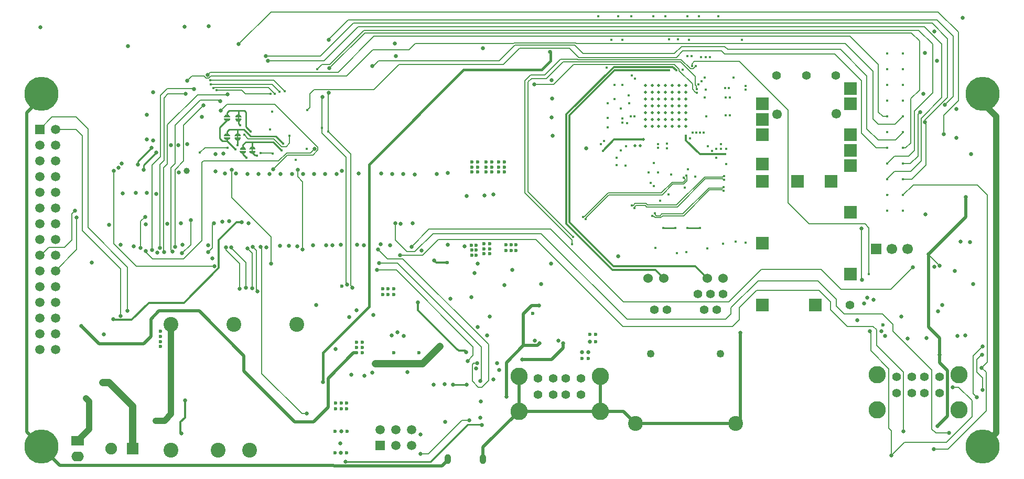
<source format=gbl>
G04*
G04 #@! TF.GenerationSoftware,Altium Limited,Altium Designer,21.2.2 (38)*
G04*
G04 Layer_Physical_Order=4*
G04 Layer_Color=16711680*
%FSAX25Y25*%
%MOIN*%
G70*
G04*
G04 #@! TF.SameCoordinates,D0FF6B23-36CC-4740-AB7B-40CE6848005B*
G04*
G04*
G04 #@! TF.FilePolarity,Positive*
G04*
G01*
G75*
%ADD10C,0.00984*%
%ADD11C,0.00787*%
%ADD13C,0.01181*%
%ADD16C,0.01968*%
%ADD25C,0.05906*%
%ADD26R,0.05906X0.05906*%
%ADD29R,0.07874X0.07874*%
%ADD149C,0.01102*%
%ADD150C,0.01575*%
%ADD151C,0.00800*%
%ADD152C,0.00605*%
%ADD153C,0.00799*%
%ADD155C,0.01299*%
%ADD156C,0.00600*%
%ADD157C,0.00988*%
%ADD158C,0.04724*%
%ADD161C,0.03937*%
%ADD181C,0.11024*%
%ADD182C,0.05543*%
%ADD183C,0.21654*%
%ADD184R,0.05906X0.05906*%
%ADD185C,0.05512*%
%ADD186C,0.06102*%
%ADD187C,0.04921*%
%ADD188C,0.09449*%
%ADD189C,0.06024*%
%ADD190R,0.07874X0.06299*%
%ADD191O,0.07874X0.06299*%
%ADD192R,0.07480X0.07480*%
%ADD193C,0.07480*%
%ADD194C,0.06693*%
%ADD195R,0.06693X0.06693*%
%ADD196O,0.03937X0.06299*%
%ADD197C,0.01772*%
%ADD198C,0.02500*%
%ADD199C,0.01968*%
%ADD200C,0.02362*%
%ADD201C,0.03937*%
%ADD212C,0.00787*%
G36*
X0720160Y0317873D02*
X0720230Y0317673D01*
X0720106Y0317274D01*
X0719880Y0316913D01*
X0719560Y0316583D01*
X0719020Y0316253D01*
X0718740Y0316153D01*
X0717870Y0316133D01*
X0717500Y0316243D01*
X0717110Y0316473D01*
X0716880Y0316683D01*
X0716590Y0316973D01*
X0716421Y0317227D01*
X0716270Y0317693D01*
X0716559Y0317991D01*
X0719953D01*
X0720160Y0317873D01*
D02*
G37*
G36*
X0726951Y0317674D02*
X0727021Y0317474D01*
X0726898Y0317075D01*
X0726671Y0316714D01*
X0726351Y0316384D01*
X0725811Y0316054D01*
X0725531Y0315954D01*
X0724661Y0315934D01*
X0724291Y0316044D01*
X0723901Y0316274D01*
X0723671Y0316484D01*
X0723381Y0316774D01*
X0723213Y0317028D01*
X0723061Y0317494D01*
X0723350Y0317791D01*
X0726744D01*
X0726951Y0317674D01*
D02*
G37*
G36*
X0735161Y0311881D02*
X0735552Y0311651D01*
X0735781Y0311441D01*
X0736071Y0311152D01*
X0736240Y0310897D01*
X0736391Y0310432D01*
X0736102Y0310134D01*
X0732709D01*
X0732502Y0310251D01*
X0732432Y0310452D01*
X0732555Y0310850D01*
X0732782Y0311211D01*
X0733102Y0311542D01*
X0733641Y0311872D01*
X0733921Y0311971D01*
X0734792Y0311992D01*
X0735161Y0311881D01*
D02*
G37*
G36*
X0729158Y0311682D02*
X0729548Y0311452D01*
X0729778Y0311242D01*
X0730068Y0310952D01*
X0730236Y0310698D01*
X0730388Y0310232D01*
X0730098Y0309934D01*
X0726705D01*
X0726498Y0310052D01*
X0726428Y0310252D01*
X0726551Y0310651D01*
X0726778Y0311012D01*
X0727098Y0311342D01*
X0727638Y0311672D01*
X0727918Y0311772D01*
X0728788Y0311792D01*
X0729158Y0311682D01*
D02*
G37*
G36*
X0730298Y0309212D02*
X0730368Y0309012D01*
X0730244Y0308613D01*
X0730018Y0308252D01*
X0729698Y0307922D01*
X0729158Y0307592D01*
X0728878Y0307492D01*
X0728008Y0307472D01*
X0727638Y0307582D01*
X0727248Y0307812D01*
X0727018Y0308022D01*
X0726728Y0308312D01*
X0726559Y0308566D01*
X0726408Y0309032D01*
X0726697Y0309330D01*
X0730091D01*
X0730298Y0309212D01*
D02*
G37*
G36*
X0736302Y0309211D02*
X0736372Y0309012D01*
X0736248Y0308613D01*
X0736022Y0308252D01*
X0735702Y0307922D01*
X0735161Y0307592D01*
X0734881Y0307491D01*
X0734012Y0307471D01*
X0733641Y0307581D01*
X0733251Y0307811D01*
X0733021Y0308021D01*
X0732731Y0308312D01*
X0732563Y0308565D01*
X0732411Y0309032D01*
X0732701Y0309329D01*
X0736094D01*
X0736302Y0309211D01*
D02*
G37*
G36*
X0726205Y0332354D02*
X0726595Y0332124D01*
X0726825Y0331914D01*
X0727115Y0331624D01*
X0727283Y0331370D01*
X0727435Y0330904D01*
X0727146Y0330606D01*
X0723752D01*
X0723545Y0330724D01*
X0723475Y0330924D01*
X0723598Y0331323D01*
X0723825Y0331684D01*
X0724145Y0332014D01*
X0724685Y0332344D01*
X0724965Y0332444D01*
X0725835Y0332464D01*
X0726205Y0332354D01*
D02*
G37*
G36*
X0719118Y0332351D02*
X0719508Y0332121D01*
X0719738Y0331911D01*
X0720028Y0331622D01*
X0720197Y0331367D01*
X0720348Y0330902D01*
X0720059Y0330604D01*
X0716665D01*
X0716458Y0330721D01*
X0716388Y0330922D01*
X0716512Y0331320D01*
X0716738Y0331681D01*
X0717058Y0332012D01*
X0717598Y0332342D01*
X0717878Y0332441D01*
X0718748Y0332462D01*
X0719118Y0332351D01*
D02*
G37*
G36*
X0720258Y0329882D02*
X0720328Y0329681D01*
X0720205Y0329283D01*
X0719978Y0328922D01*
X0719658Y0328591D01*
X0719118Y0328261D01*
X0718838Y0328162D01*
X0717968Y0328141D01*
X0717598Y0328252D01*
X0717208Y0328482D01*
X0716978Y0328692D01*
X0716688Y0328981D01*
X0716520Y0329236D01*
X0716368Y0329701D01*
X0716657Y0329999D01*
X0720051D01*
X0720258Y0329882D01*
D02*
G37*
G36*
X0727345Y0329684D02*
X0727415Y0329484D01*
X0727291Y0329085D01*
X0727065Y0328724D01*
X0726745Y0328394D01*
X0726205Y0328064D01*
X0725925Y0327964D01*
X0725055Y0327944D01*
X0724685Y0328054D01*
X0724295Y0328284D01*
X0724065Y0328494D01*
X0723775Y0328784D01*
X0723606Y0329038D01*
X0723455Y0329504D01*
X0723744Y0329802D01*
X0727138D01*
X0727345Y0329684D01*
D02*
G37*
G36*
X0725811Y0320344D02*
X0726201Y0320114D01*
X0726431Y0319904D01*
X0726721Y0319614D01*
X0726890Y0319360D01*
X0727041Y0318894D01*
X0726752Y0318596D01*
X0723358D01*
X0723151Y0318714D01*
X0723081Y0318914D01*
X0723205Y0319312D01*
X0723431Y0319674D01*
X0723751Y0320004D01*
X0724291Y0320334D01*
X0724571Y0320434D01*
X0725441Y0320454D01*
X0725811Y0320344D01*
D02*
G37*
G36*
X0719020Y0320343D02*
X0719410Y0320113D01*
X0719640Y0319903D01*
X0719930Y0319613D01*
X0720098Y0319359D01*
X0720250Y0318893D01*
X0719961Y0318595D01*
X0716567D01*
X0716360Y0318713D01*
X0716290Y0318913D01*
X0716413Y0319312D01*
X0716640Y0319673D01*
X0716960Y0320003D01*
X0717500Y0320333D01*
X0717780Y0320433D01*
X0718650Y0320453D01*
X0719020Y0320343D01*
D02*
G37*
D10*
X0879748Y0135295D02*
X0880248Y0134795D01*
X0871248Y0135295D02*
X0879748D01*
X0665307Y0297378D02*
Y0300232D01*
X0673181Y0308106D01*
X0661567Y0302594D02*
X0670228Y0311256D01*
X0661567Y0300626D02*
Y0302594D01*
X0861998Y0160545D02*
X0862075Y0160468D01*
X0870524D01*
X0793457Y0111650D02*
X0847591D01*
X0847596Y0111644D01*
X0871248Y0135295D01*
D11*
X1147886Y0341374D02*
X1148279Y0341768D01*
X1147886Y0341118D02*
Y0341374D01*
X1138024Y0281118D02*
X1138437Y0281532D01*
X1137886Y0281118D02*
X1138024D01*
X0758024Y0314209D02*
Y0318933D01*
X0755760Y0311945D02*
X0758024Y0314209D01*
X0752906Y0311945D02*
X0755760D01*
X0747886Y0316965D02*
X0752906Y0311945D01*
X0731744Y0316965D02*
X0747886D01*
X0729283Y0319425D02*
X0731744Y0316965D01*
X0701035Y0308205D02*
X0704185Y0311354D01*
X0718555D01*
X0739470Y0307762D02*
X0747344D01*
X0747394Y0307713D01*
X0739421Y0307811D02*
X0739470Y0307762D01*
X1007054Y0367246D02*
X1012855Y0361445D01*
X0941404Y0367246D02*
X1007054D01*
X0940830Y0365860D02*
X1006480D01*
X1015898Y0356442D01*
X0931822Y0365960D02*
X0940730D01*
X0940830Y0365860D01*
X0921213Y0355350D02*
X0931822Y0365960D01*
X0941182Y0367467D02*
X0941404Y0367246D01*
X0920228Y0357516D02*
X0930180Y0367467D01*
X0941182D01*
X1015898Y0351218D02*
X1016572Y0350543D01*
X1015898Y0351218D02*
Y0356442D01*
X1012855Y0361445D02*
X1014614D01*
X0907630Y0353874D02*
X0911272Y0357516D01*
X0907630Y0282417D02*
Y0353874D01*
Y0282417D02*
X0937582Y0252466D01*
Y0249819D02*
Y0252466D01*
X0909598Y0283216D02*
X0932838Y0259976D01*
X0932838D01*
X0909598Y0283216D02*
Y0353185D01*
X0932838Y0259976D02*
X0938344Y0254470D01*
X0909598Y0353185D02*
X0911764Y0355350D01*
X0921213D01*
X1016572Y0348787D02*
X1016761Y0348598D01*
X1016572Y0348787D02*
Y0350543D01*
X0911272Y0357516D02*
X0920228D01*
X1014614Y0361445D02*
X1016291Y0363122D01*
Y0363323D01*
D13*
X0934068Y0332478D02*
X0964328Y0362737D01*
X1001522D02*
X1003791Y0360469D01*
X0964328Y0362737D02*
X1001522D01*
X0934068Y0262782D02*
X0963252Y0233598D01*
X0990449D01*
X0934068Y0262782D02*
Y0332478D01*
X0963945Y0235961D02*
X1016079D01*
X0935976Y0263929D02*
Y0331869D01*
Y0263929D02*
X0963945Y0235961D01*
X0935976Y0331869D02*
X0964674Y0360567D01*
X0999264D01*
X1016079Y0235961D02*
X1023744Y0228295D01*
X0990449Y0233598D02*
X0995752Y0228295D01*
X1009941Y0316032D02*
Y0318962D01*
Y0316032D02*
X1018850Y0307122D01*
X1034992D01*
X0957152Y0309399D02*
X0964381Y0316629D01*
X0983056D01*
X0839498Y0208045D02*
Y0212795D01*
Y0208045D02*
X0864748Y0182795D01*
X0864764Y0182811D01*
X0724362Y0263815D02*
X0727709D01*
X0713043Y0252496D02*
X0724362Y0263815D01*
X0713043Y0234780D02*
Y0252496D01*
X0690996Y0212732D02*
X0713043Y0234780D01*
X0668457Y0212732D02*
X0690996D01*
X0657630Y0201905D02*
X0668457Y0212732D01*
X0646373Y0201905D02*
X0657630D01*
X0691685Y0139701D02*
Y0150429D01*
X0688732Y0130252D02*
Y0136748D01*
Y0130252D02*
X0689323Y0129661D01*
X0688732Y0136748D02*
X0691685Y0139701D01*
X0864764Y0182811D02*
X0865453Y0182122D01*
X0869441D01*
X0870228Y0181335D01*
D16*
X0881067Y0112435D02*
Y0120919D01*
X0595321Y0337825D02*
Y0340778D01*
X0600248Y0345705D01*
X0881067Y0120919D02*
X0903774Y0143626D01*
X1187846Y0267161D02*
Y0279760D01*
X1164224Y0243539D02*
X1187846Y0267161D01*
X0895917Y0152890D02*
Y0174642D01*
X0905760Y0176709D02*
X0924658D01*
X0931941Y0183992D01*
Y0186748D01*
X0895917Y0174642D02*
X0906744Y0185468D01*
X0915701D01*
X0917079Y0186846D01*
X0906744Y0185468D02*
Y0205449D01*
X0912059Y0210764D01*
X0916488D01*
X1164224Y0197280D02*
Y0243146D01*
Y0243539D01*
X1170032Y0134287D02*
X1176232Y0140488D01*
X1171114Y0179563D02*
Y0190390D01*
X1164224Y0197280D02*
X1171114Y0190390D01*
Y0174740D02*
Y0179563D01*
Y0174740D02*
X1176232Y0169622D01*
Y0140488D02*
Y0169622D01*
X0665406Y0186650D02*
X0669835Y0191079D01*
Y0202299D01*
X0674953Y0207417D01*
X0700445D01*
X0728988Y0178874D01*
Y0169327D02*
Y0178874D01*
Y0169327D02*
X0761370Y0136945D01*
X0773378D01*
X0782630Y0146197D01*
Y0164701D01*
X0798673Y0180744D01*
X0800642D01*
X0636961Y0186650D02*
X0665406D01*
X0625642Y0197968D02*
X0636961Y0186650D01*
X0590996Y0130547D02*
Y0333500D01*
X0600248Y0120902D02*
Y0121295D01*
X0785779Y0109189D02*
X0786153Y0108815D01*
X0854809D01*
X0858429Y0112435D01*
X0611961Y0109189D02*
X0785779D01*
X0903774Y0143626D02*
Y0165988D01*
Y0143626D02*
X0955742D01*
Y0165988D01*
Y0143626D02*
X0970146D01*
X0977996Y0135775D01*
X1041500D01*
X1044736Y0139012D01*
Y0193736D01*
X0590996Y0130547D02*
X0600248Y0121295D01*
Y0120902D02*
X0611961Y0109189D01*
X0590996Y0333500D02*
X0595321Y0337825D01*
D25*
X0815748Y0131795D02*
D03*
X0825748Y0121795D02*
D03*
Y0131795D02*
D03*
X0835748Y0121795D02*
D03*
Y0131795D02*
D03*
X0609264Y0322988D02*
D03*
X0599264Y0312988D02*
D03*
X0609264D02*
D03*
X0599264Y0302988D02*
D03*
X0609264D02*
D03*
X0599264Y0292988D02*
D03*
X0609264D02*
D03*
X0599264Y0282988D02*
D03*
X0609264D02*
D03*
X0599264Y0272988D02*
D03*
X0609264D02*
D03*
X0599264Y0262988D02*
D03*
X0609264D02*
D03*
X0599264Y0252988D02*
D03*
X0609264D02*
D03*
X0599264Y0242988D02*
D03*
X0609264D02*
D03*
X0599264Y0232988D02*
D03*
X0609264D02*
D03*
X0599264Y0222988D02*
D03*
X0609264D02*
D03*
X0599264Y0212988D02*
D03*
X0609264D02*
D03*
X0599264Y0202988D02*
D03*
X0609264D02*
D03*
X0599264Y0192988D02*
D03*
X0609264D02*
D03*
X0599264Y0182988D02*
D03*
X0609264D02*
D03*
D26*
X0599264Y0322988D02*
D03*
D29*
X1114604Y0299832D02*
D03*
X1058504Y0329374D02*
D03*
Y0289974D02*
D03*
Y0250574D02*
D03*
Y0319574D02*
D03*
Y0301074D02*
D03*
Y0211174D02*
D03*
X1080904Y0289974D02*
D03*
X1102104D02*
D03*
X1114604Y0270274D02*
D03*
Y0230874D02*
D03*
X1092304Y0211174D02*
D03*
X1114604Y0309674D02*
D03*
Y0319574D02*
D03*
Y0339174D02*
D03*
Y0349074D02*
D03*
X1058504Y0339174D02*
D03*
D149*
X0733122Y0318441D02*
X0749264D01*
X0753791Y0313913D01*
X0725445Y0326594D02*
X0726429Y0325610D01*
Y0325429D02*
Y0325610D01*
X0725445Y0326594D02*
Y0328874D01*
X0718260Y0316376D02*
Y0317063D01*
Y0315587D02*
Y0316376D01*
X0717772Y0328485D02*
X0718358Y0329071D01*
X0713634Y0324347D02*
X0717772Y0328485D01*
X0715307Y0315587D02*
X0718260D01*
X0713634Y0317260D02*
X0715307Y0315587D01*
X0713634Y0317260D02*
Y0324347D01*
X0724982Y0314757D02*
X0725051Y0314825D01*
X0724854Y0312831D02*
X0724982Y0312959D01*
X0725051Y0314825D02*
Y0316864D01*
X0724982Y0312959D02*
Y0314757D01*
X0718260Y0315587D02*
X0723575Y0310272D01*
X0728398Y0307715D02*
Y0308402D01*
Y0307319D02*
Y0307715D01*
Y0307319D02*
X0730661Y0305055D01*
X0736063Y0306740D02*
X0736374D01*
X0736976Y0306138D01*
X0737157D01*
X0734402Y0308401D02*
X0736063Y0306740D01*
X0730169Y0324445D02*
Y0333795D01*
Y0324445D02*
X0733122Y0321492D01*
X0725620Y0334780D02*
X0729185D01*
X0719539D02*
X0725620D01*
X0725445Y0334605D02*
X0725620Y0334780D01*
X0725445Y0331534D02*
Y0334605D01*
X0718358Y0332219D02*
Y0333598D01*
Y0331532D02*
Y0332219D01*
X0729185Y0334780D02*
X0730169Y0333795D01*
X0718358Y0333598D02*
X0719539Y0334780D01*
X0725075Y0322772D02*
X0728791D01*
X0719539D02*
X0725075D01*
X0725051Y0319524D02*
Y0322748D01*
X0725075Y0322772D01*
X0728791D02*
X0733122Y0318441D01*
X0718260Y0320210D02*
Y0321492D01*
Y0319523D02*
Y0320210D01*
Y0321492D02*
X0719539Y0322772D01*
X0734360Y0314898D02*
X0747689D01*
X0730169D02*
X0734360D01*
X0734402Y0314856D01*
Y0311062D02*
Y0314856D01*
X0728398Y0311549D02*
Y0313126D01*
Y0310862D02*
Y0311549D01*
X0747689Y0314898D02*
X0753004Y0309583D01*
X0728398Y0313126D02*
X0730169Y0314898D01*
D150*
X0924067Y0366472D02*
Y0372378D01*
X0918358Y0360764D02*
X0924067Y0366472D01*
X0923673Y0372378D02*
X0924067D01*
X0868555Y0360764D02*
X0918358D01*
X0808417Y0300626D02*
X0868555Y0360764D01*
X0808417Y0210173D02*
Y0300626D01*
X0779087Y0162240D02*
Y0180842D01*
X0808417Y0210173D01*
D151*
X0798476Y0390587D02*
X1166472D01*
X1176331Y0343244D02*
Y0380728D01*
X1166472Y0390587D02*
X1176331Y0380728D01*
X1174543Y0338415D02*
X1179972Y0343845D01*
Y0382220D01*
X1183122Y0341132D02*
Y0384780D01*
X1173863Y0331873D02*
X1183122Y0341132D01*
X1173863Y0319860D02*
Y0331873D01*
X0734402Y0308401D02*
Y0311062D01*
X0725051Y0316864D02*
Y0319524D01*
X0725445Y0328874D02*
Y0331534D01*
X0795130Y0392457D02*
X1169736D01*
X0782925Y0380252D02*
X0795130Y0392457D01*
X1169736D02*
X1179972Y0382220D01*
X0777610Y0369720D02*
X0798476Y0390587D01*
X0780071Y0366571D02*
X0801626Y0388126D01*
X1161665D02*
X1172591Y0377201D01*
X0801626Y0388126D02*
X1161665D01*
X0805268Y0385961D02*
X1158024D01*
X1166882Y0377102D01*
X0783614Y0364307D02*
X0805268Y0385961D01*
X0783319Y0361748D02*
X0805760Y0384189D01*
X1153398D02*
X1158417Y0379169D01*
X0805760Y0384189D02*
X1153398D01*
X0788929Y0359386D02*
X0811703Y0382159D01*
X1114285D02*
X1132236Y0364209D01*
X0811703Y0382159D02*
X1114285D01*
X0838043Y0377594D02*
X0900378D01*
X0900792Y0378009D02*
X0939763D01*
X0900378Y0377594D02*
X0900792Y0378009D01*
X0833909Y0373461D02*
X0838043Y0377594D01*
X1111272D02*
X1128988Y0359878D01*
X0940177Y0377594D02*
X1111272D01*
X0939763Y0378009D02*
X0940177Y0377594D01*
X0707677Y0354102D02*
X0747855D01*
X0754874Y0347083D01*
X0707925Y0351512D02*
X0747000D01*
X0751724Y0346787D01*
X0709598Y0349346D02*
X0709861D01*
X0710171Y0349656D01*
X0744624D01*
X0748673Y0345606D01*
X0725651Y0377102D02*
X0746123Y0397575D01*
X1170327D01*
X0711665Y0347870D02*
X0727512D01*
X0729972Y0345409D02*
X0745819D01*
X0727512Y0347870D02*
X0729972Y0345409D01*
X0778679Y0364307D02*
X0783614D01*
X0775543Y0361172D02*
X0778679Y0364307D01*
X0707914Y0356827D02*
X0794343D01*
X0706650Y0355563D02*
X0707914Y0356827D01*
X0703605D02*
X0704869Y0355563D01*
X0696016Y0356827D02*
X0703605D01*
X0704869Y0355563D02*
X0706650D01*
X0693063Y0353874D02*
X0696016Y0356827D01*
X0794343D02*
X0810976Y0373461D01*
X0707433Y0359386D02*
X0788929D01*
X0705760Y0357713D02*
X0707433Y0359386D01*
X0770917Y0336920D02*
Y0345501D01*
X0773665Y0348248D02*
X0811650D01*
X0770917Y0345501D02*
X0773665Y0348248D01*
X0811650D02*
X0827610Y0364209D01*
X0769343Y0335345D02*
X0770917Y0336920D01*
X0769343Y0335173D02*
Y0335345D01*
X0778693Y0323953D02*
Y0343638D01*
Y0320508D02*
Y0323953D01*
X0782728Y0321590D02*
Y0345803D01*
X0778693Y0320508D02*
X0793949Y0305252D01*
Y0224642D02*
Y0305252D01*
X0797787Y0222378D02*
Y0222838D01*
X0782728Y0321590D02*
X0797000Y0307319D01*
Y0223625D02*
Y0307319D01*
Y0223625D02*
X0797787Y0222838D01*
X0772855Y0306708D02*
X0775922Y0309775D01*
X0747651Y0297699D02*
X0756660Y0306708D01*
X0772855D01*
X0771114Y0308008D02*
X0773772Y0310665D01*
X0751003Y0302890D02*
X0756121Y0308008D01*
X0771114D01*
X0703267Y0302890D02*
X0751003D01*
X0702216Y0301839D02*
X0703267Y0302890D01*
X0714323Y0334976D02*
X0718260Y0338913D01*
X0748564D01*
X0775922Y0311556D01*
X0778693Y0343638D02*
X0778791Y0343736D01*
X0782728Y0345803D02*
X0783024Y0346098D01*
X0775922Y0309775D02*
Y0311556D01*
X1003791Y0368638D02*
X1008024Y0372870D01*
X0935990Y0374628D02*
X0941980Y0368638D01*
X1008024Y0372870D02*
X1032532D01*
X1034500Y0370901D02*
X1104579D01*
X1032532Y0372870D02*
X1034500Y0370901D01*
X1104579D02*
X1121705Y0353776D01*
Y0320409D02*
Y0353776D01*
Y0320409D02*
X1130996Y0311118D01*
X1137886D01*
X0941980Y0368638D02*
X1003791D01*
X0827610Y0364209D02*
X0893850D01*
X0904270Y0374628D01*
X0935990D01*
X1166882Y0346098D02*
Y0377102D01*
X1137886Y0301118D02*
Y0301256D01*
X1142571Y0305941D01*
X1151626D01*
X1155268Y0309583D01*
Y0334484D01*
X1166882Y0346098D01*
X1005711Y0360301D02*
Y0361314D01*
X1014126Y0348568D02*
Y0351886D01*
X1005711Y0360301D02*
X1014126Y0351886D01*
X0938653Y0364326D02*
X1002699D01*
X1005711Y0361314D01*
X0913535Y0351512D02*
X0925839D01*
X0938653Y0364326D01*
X1016139Y0346714D02*
X1016621Y0346231D01*
X1016884D01*
X1015980Y0346714D02*
X1016139D01*
X1014126Y0348568D02*
X1015980Y0346714D01*
X0699461Y0345016D02*
X0718161D01*
X0680281Y0325837D02*
X0699461Y0345016D01*
X0713437Y0341571D02*
X0714028Y0340980D01*
X0701232Y0341571D02*
X0713437D01*
X0690504Y0325626D02*
X0703201Y0338323D01*
X0744244Y0366571D02*
X0780071D01*
X0742965Y0369720D02*
X0777610D01*
X0782925Y0379957D02*
Y0380252D01*
X0810976Y0373461D02*
X0833909D01*
X0891094Y0366472D02*
X0901331Y0376709D01*
X0814421Y0366472D02*
X0891094D01*
X0811173Y0363224D02*
X0814421Y0366472D01*
X0810484Y0363224D02*
X0811173D01*
X1002709Y0371295D02*
X1007138Y0375724D01*
X0944638Y0371295D02*
X1002709D01*
X0939224Y0376709D02*
X0944638Y0371295D01*
X1007138Y0375724D02*
X1034598D01*
X1036567Y0373756D02*
X1108220D01*
X1034598Y0375724D02*
X1036567Y0373756D01*
X1132236Y0333992D02*
Y0364209D01*
Y0326217D02*
X1142984D01*
X1128988Y0329465D02*
X1132236Y0326217D01*
X1128988Y0329465D02*
Y0359878D01*
X1158417Y0348067D02*
Y0379169D01*
X1172591Y0343146D02*
Y0377201D01*
X1170327Y0397575D02*
X1183122Y0384780D01*
X1159500Y0330055D02*
X1172591Y0343146D01*
X1161862Y0328776D02*
X1176331Y0343244D01*
X1161862Y0327594D02*
X1162748Y0326709D01*
Y0300331D02*
Y0326709D01*
X1153535Y0291118D02*
X1162748Y0300331D01*
X1148181Y0131039D02*
Y0168638D01*
X1139028Y0133008D02*
Y0170606D01*
X1127512Y0182122D02*
X1139028Y0170606D01*
X0619441Y0269228D02*
X0621606Y0271394D01*
X0619441Y0252594D02*
Y0269228D01*
X0614913Y0248067D02*
X0619441Y0252594D01*
X0605071Y0248067D02*
X0614913D01*
X0599992Y0242988D02*
X0605071Y0248067D01*
X0599264Y0242988D02*
X0599992D01*
X0609264Y0232988D02*
X0622689Y0246413D01*
Y0266965D01*
X0626232Y0258500D02*
Y0318933D01*
X0622177Y0322988D02*
X0626232Y0318933D01*
X0629874Y0260469D02*
Y0323165D01*
X0708909Y0262338D02*
X0709894Y0263323D01*
X0708909Y0247575D02*
Y0262338D01*
X0609264Y0322988D02*
X0622177D01*
X0793949Y0224642D02*
X0794441Y0224150D01*
X0599264Y0322988D02*
X0607020Y0330744D01*
X0622295D01*
X0629874Y0323165D01*
X0697098Y0348756D02*
X0697394Y0348461D01*
X0680169Y0348756D02*
X0697098D01*
X0680661Y0345508D02*
X0691783D01*
X0718161Y0345016D02*
X0718457Y0345311D01*
X0901331Y0376709D02*
X0939224D01*
X1125051Y0323362D02*
X1132138Y0316276D01*
X1108220Y0373756D02*
X1125051Y0356925D01*
Y0323362D02*
Y0356925D01*
X1132236Y0333992D02*
X1135110Y0331118D01*
X1132138Y0316276D02*
X1143260D01*
X1147886Y0320901D01*
Y0321118D01*
X0846248Y0116545D02*
X0867748Y0138045D01*
X0841248Y0116545D02*
X0846248D01*
X0867748Y0138045D02*
X0867766Y0138028D01*
X0663339Y0264602D02*
X0666094Y0267358D01*
X0663339Y0247673D02*
Y0264602D01*
X1127512Y0182122D02*
Y0193638D01*
X1147886Y0301118D02*
X1152610D01*
X1147886Y0291118D02*
X1153535D01*
X1141488Y0194720D02*
X1166390Y0169819D01*
X1141488Y0194720D02*
Y0199051D01*
X1134992Y0205547D02*
X1141488Y0199051D01*
X1140405Y0221197D02*
X1154382Y0235173D01*
X0825150Y0252594D02*
X0832630Y0245114D01*
X0825150Y0252594D02*
Y0263224D01*
X1137886Y0291118D02*
Y0291512D01*
X1142571Y0296197D01*
X1152807D01*
X1161862Y0327594D02*
Y0328776D01*
X1152807Y0296197D02*
X1159500Y0302890D01*
Y0330055D01*
X1152610Y0301118D02*
X1157532Y0306039D01*
Y0332614D01*
X1158909Y0333992D01*
X1147886Y0311118D02*
X1149716D01*
X1152807Y0314209D01*
Y0342457D01*
X1158417Y0348067D01*
X1135110Y0331118D02*
X1137886D01*
X1142984Y0326217D02*
X1147886Y0331118D01*
X0730366Y0222378D02*
Y0238126D01*
X0720819Y0247673D02*
X0730366Y0238126D01*
X0720819Y0247673D02*
Y0247870D01*
X0737059Y0220705D02*
Y0246000D01*
Y0220705D02*
X0737748Y0220016D01*
X1121705Y0227594D02*
X1122000Y0227299D01*
X1121705Y0227594D02*
Y0259878D01*
X1139028Y0133008D02*
X1140701Y0131335D01*
Y0115488D02*
Y0131335D01*
X1179677Y0158992D02*
X1183319D01*
X1197787Y0179563D02*
X1198279D01*
X1183319Y0158992D02*
X1191783Y0150528D01*
X1198476Y0157122D02*
Y0164996D01*
X1194884Y0168588D02*
Y0176659D01*
X1197787Y0179563D01*
X1194884Y0168588D02*
X1198476Y0164996D01*
X1192522Y0154907D02*
Y0178923D01*
Y0154907D02*
X1194835Y0152594D01*
X1192522Y0178923D02*
X1198476Y0184878D01*
X1191783Y0140193D02*
Y0150528D01*
X1166390Y0132220D02*
Y0169819D01*
X1168752Y0129858D02*
X1177217D01*
X1166390Y0132220D02*
X1168752Y0129858D01*
X1140701Y0115488D02*
X1149067Y0123854D01*
X1175445D01*
X1191783Y0140193D01*
X0835583Y0248362D02*
X0835583D01*
X0846705Y0259484D01*
X0923969D01*
X0970228Y0213224D01*
X0918063Y0256630D02*
X0972492Y0202201D01*
X0828102Y0243047D02*
X0842669D01*
X0852610Y0252988D01*
X0914717D01*
X0970032Y0197673D01*
X1128988D02*
X1131167Y0195494D01*
Y0185652D02*
Y0195494D01*
Y0185652D02*
X1148181Y0168638D01*
X0871114Y0175626D02*
X0874658Y0179169D01*
Y0184681D01*
X0825839Y0233500D02*
X0874658Y0184681D01*
X0813732Y0233500D02*
X0825839D01*
X0660583Y0235764D02*
X0710090D01*
X0646213Y0250134D02*
X0660583Y0235764D01*
X0646213Y0250134D02*
Y0296492D01*
X0675445Y0283139D02*
X0675628Y0282956D01*
X0814913Y0238028D02*
X0826528D01*
X0706252Y0244917D02*
X0708909Y0247575D01*
X0746311Y0237437D02*
Y0254563D01*
X0721409Y0279465D02*
X0746311Y0254563D01*
X0721409Y0279465D02*
Y0297181D01*
X0826528Y0238028D02*
X0879959Y0184596D01*
X0879382Y0162831D02*
X0879959Y0163407D01*
Y0184596D01*
X0874953Y0174150D02*
X0877217D01*
X0874165Y0173362D02*
X0874953Y0174150D01*
X0874165Y0162831D02*
Y0173362D01*
Y0162831D02*
X0878004Y0158992D01*
X0880169D01*
X0884500Y0163323D01*
Y0186256D01*
X0830071Y0240685D02*
X0884500Y0186256D01*
X0734659Y0248400D02*
X0737059Y0246000D01*
X0766390Y0246689D02*
Y0289602D01*
X0763142Y0292850D02*
X0766390Y0289602D01*
X0763142Y0292850D02*
Y0297378D01*
X0820130Y0240685D02*
X0830071D01*
X0814126Y0246689D02*
X0820130Y0240685D01*
X0832630Y0245114D02*
X0837650D01*
X0849165Y0256630D01*
X0918063D01*
X0695228Y0249642D02*
Y0265193D01*
X0689716Y0244130D02*
X0695228Y0249642D01*
X0626232Y0258500D02*
X0650642Y0234090D01*
Y0204366D02*
Y0234090D01*
X0629874Y0260469D02*
X0655071Y0235272D01*
Y0207614D02*
Y0235272D01*
X0666488Y0245016D02*
Y0245606D01*
Y0245016D02*
X0670819Y0240685D01*
X0690701D01*
X0702216Y0252201D01*
X0677919Y0245297D02*
X0678201Y0245016D01*
X0675628Y0247856D02*
Y0282956D01*
X0675445Y0247673D02*
X0675628Y0247856D01*
X0867766Y0138028D02*
X0872394D01*
X1108614Y0221197D02*
X1140405D01*
X1037354Y0213224D02*
X1058024Y0233894D01*
X1095917D01*
X0970228Y0213224D02*
X1037354D01*
X1095917Y0233894D02*
X1108614Y0221197D01*
X0972492Y0202201D02*
X1035287D01*
X1110484Y0205547D02*
X1134992D01*
X1105464Y0210567D02*
X1110484Y0205547D01*
X1105464Y0210567D02*
Y0214996D01*
X1038732Y0205646D02*
Y0209583D01*
X1055858Y0226709D01*
X1093752D01*
X1105464Y0214996D01*
X1035287Y0202201D02*
X1038732Y0205646D01*
X1039717Y0197673D02*
X1043949Y0201905D01*
Y0209583D01*
X1055071Y0220705D01*
X1094441D01*
X1102020Y0213126D01*
X0970032Y0197673D02*
X1039717D01*
X1102020Y0208401D02*
Y0213126D01*
Y0208401D02*
X1112748Y0197673D01*
X1128988D01*
X0702216Y0252201D02*
Y0301839D01*
X0682419Y0246211D02*
X0683516Y0245114D01*
X0685104Y0325443D02*
X0701232Y0341571D01*
X0685090Y0248264D02*
Y0297378D01*
X0690504Y0302791D01*
Y0325626D01*
X0682419Y0246211D02*
Y0298644D01*
X0685104Y0301329D01*
Y0325443D01*
X0677919Y0245297D02*
Y0298671D01*
X0680281Y0301033D01*
Y0325837D01*
X0676035Y0344622D02*
X0680169Y0348756D01*
X0678102Y0342949D02*
X0680661Y0345508D01*
X0675445Y0283139D02*
Y0300528D01*
X0678102Y0303185D01*
Y0342949D01*
X0670527Y0246400D02*
Y0300137D01*
X0676035Y0305646D01*
Y0344622D01*
X0717669Y0246295D02*
Y0248067D01*
Y0246295D02*
X0726331Y0237634D01*
Y0221689D02*
Y0237634D01*
X0731252Y0247280D02*
X0734402Y0244130D01*
Y0221787D02*
Y0244130D01*
D152*
X0946311Y0265783D02*
X0946534Y0266007D01*
X0945681Y0267613D02*
X0960485Y0282417D01*
X0944705Y0267390D02*
X0944928Y0267613D01*
X0960985Y0281210D02*
X0994843D01*
X0946534Y0266759D02*
X0960985Y0281210D01*
X0946534Y0266007D02*
Y0266759D01*
X0944928Y0267613D02*
X0945681D01*
X0960485Y0282417D02*
X0994343D01*
X1001232Y0289307D01*
X1001732Y0288100D02*
X1008622D01*
X0994843Y0281210D02*
X1001732Y0288100D01*
X1001232Y0289307D02*
X1008122D01*
X1009506Y0290691D01*
X1008622Y0288100D02*
X1010713Y0290191D01*
X1008681Y0292017D02*
X1009506Y0291192D01*
X1010462Y0291943D02*
X1010713Y0291692D01*
Y0290191D02*
Y0291692D01*
X1008681Y0292017D02*
Y0292130D01*
X1009506Y0290691D02*
Y0291192D01*
X1010462Y0291943D02*
Y0293561D01*
X1010287Y0293736D02*
X1010462Y0293561D01*
X0990307Y0269524D02*
X0990530Y0269300D01*
Y0268548D02*
Y0269300D01*
Y0268548D02*
X0991125Y0267953D01*
X0988701Y0267917D02*
X0988924Y0267694D01*
X0993546Y0267953D02*
X0994749Y0269156D01*
X0991125Y0267953D02*
X0993546D01*
X0994046Y0266746D02*
X0995249Y0267949D01*
X0990625Y0266746D02*
X0994046D01*
X0989677Y0267694D02*
X0990625Y0266746D01*
X0988924Y0267694D02*
X0989677D01*
X0994749Y0269156D02*
X1008062D01*
X1024531Y0285625D01*
X1033160D02*
X1033692Y0286157D01*
X1025031Y0284418D02*
X1033160D01*
X1024531Y0285625D02*
X1033160D01*
X1008562Y0267949D02*
X1025031Y0284418D01*
X0995249Y0267949D02*
X1008562D01*
X1033692Y0283886D02*
X1034008D01*
X1033160Y0284418D02*
X1033692Y0283886D01*
Y0286157D02*
X1034008D01*
X0975610Y0274476D02*
X0975834Y0274700D01*
X0976586D01*
X0977652Y0275765D01*
X0984674D01*
X0985575Y0274865D01*
X0977217Y0272870D02*
X0977440Y0273093D01*
Y0273846D01*
X0984174Y0274558D02*
X0985075Y0273657D01*
X0977440Y0273846D02*
X0978152Y0274558D01*
X0984174D01*
X0985575Y0274865D02*
X1003928D01*
X1033258Y0292712D02*
X1033790Y0293244D01*
X1034106D01*
X1033790Y0290972D02*
X1034106D01*
X1021775Y0292712D02*
X1033258D01*
X1022275Y0291505D02*
X1033258D01*
X1033790Y0290972D01*
X0985075Y0273657D02*
X1004428D01*
X1022275Y0291505D01*
X1003928Y0274865D02*
X1021775Y0292712D01*
D153*
X1013836Y0364739D02*
X1015275Y0366177D01*
X1013836Y0363323D02*
Y0364739D01*
X1015275Y0366177D02*
X1043752D01*
X1074854Y0335075D01*
Y0276118D02*
Y0335075D01*
Y0276118D02*
X1088142Y0262831D01*
X1123772D01*
X1126232Y0230941D02*
Y0260370D01*
X1123772Y0262831D02*
X1126232Y0260370D01*
X1147886Y0281118D02*
X1154500Y0287732D01*
X1164224Y0243146D02*
X1171213Y0236157D01*
X0739520Y0248362D02*
X0740307Y0247575D01*
X1154500Y0287732D02*
X1195130D01*
X1197984Y0171394D02*
X1201626Y0175035D01*
Y0281236D01*
X1195130Y0287732D02*
X1201626Y0281236D01*
X1197984Y0171394D02*
X1200937Y0168441D01*
Y0143933D02*
Y0168441D01*
X1167669Y0119720D02*
X1176724D01*
X1200937Y0143933D01*
X0740307Y0167654D02*
Y0247575D01*
Y0167654D02*
X0765799Y0142161D01*
X0768752D01*
D155*
X0851331Y0238224D02*
X0858319D01*
X0850051Y0239504D02*
X0851331Y0238224D01*
D156*
X0728398Y0307715D02*
G03*
X0729859Y0308502I0000000J0001750D01*
G01*
X0727812Y0307816D02*
G03*
X0728398Y0307715I0000586J0001649D01*
G01*
X0726703Y0309030D02*
G03*
X0727812Y0307816I0001695J0000435D01*
G01*
X0728398Y0311549D02*
G03*
X0726703Y0310234I0000000J-0001750D01*
G01*
X0728984Y0311448D02*
G03*
X0728398Y0311549I-0000586J-0001649D01*
G01*
X0729859Y0308502D02*
G03*
X0730093Y0309030I-0001461J0000963D01*
G01*
Y0310234D02*
G03*
X0728984Y0311448I-0001695J-0000435D01*
G01*
X0736097Y0310434D02*
G03*
X0732706Y0310434I-0001695J-0000435D01*
G01*
Y0309029D02*
G03*
X0736097Y0309029I0001695J0000435D01*
G01*
X0716565Y0317691D02*
G03*
X0718260Y0316376I0001695J0000435D01*
G01*
D02*
G03*
X0719721Y0317163I0000000J0001750D01*
G01*
X0718260Y0320210D02*
G03*
X0716565Y0318895I0000000J-0001750D01*
G01*
X0718846Y0320109D02*
G03*
X0718260Y0320210I-0000586J-0001649D01*
G01*
X0719721Y0317163D02*
G03*
X0719955Y0317691I-0001461J0000963D01*
G01*
Y0318895D02*
G03*
X0718846Y0320109I-0001695J-0000435D01*
G01*
X0726746Y0318896D02*
G03*
X0723356Y0318896I-0001695J-0000435D01*
G01*
Y0317491D02*
G03*
X0726746Y0317491I0001695J0000435D01*
G01*
X0717772Y0328485D02*
G03*
X0718358Y0328384I0000586J0001649D01*
G01*
X0716663Y0329699D02*
G03*
X0717772Y0328485I0001695J0000435D01*
G01*
X0718358Y0332219D02*
G03*
X0716663Y0330904I0000000J-0001750D01*
G01*
X0718944Y0332118D02*
G03*
X0718358Y0332219I-0000586J-0001649D01*
G01*
X0719819Y0329171D02*
G03*
X0720053Y0329699I-0001461J0000963D01*
G01*
X0718358Y0328384D02*
G03*
X0719819Y0329171I0000000J0001750D01*
G01*
X0720053Y0330904D02*
G03*
X0718944Y0332118I-0001695J-0000435D01*
G01*
X0727140Y0330906D02*
G03*
X0723750Y0330906I-0001695J-0000435D01*
G01*
Y0329502D02*
G03*
X0727140Y0329502I0001695J0000435D01*
G01*
D157*
X0995671Y0260222D02*
X1003250D01*
X0995622Y0260272D02*
X0995671Y0260222D01*
X1003250D02*
X1003299Y0260173D01*
X1011385Y0260370D02*
X1018752D01*
X1011090Y0260075D02*
X1011385Y0260370D01*
X1010878Y0260075D02*
X1011090D01*
D158*
X0812498Y0173795D02*
X0812748Y0174045D01*
X0842748D01*
X0853498Y0184795D01*
X0658278Y0119795D02*
Y0147026D01*
X0643358Y0161945D02*
X0658278Y0147026D01*
X0639323Y0161945D02*
X0643358D01*
D161*
X1198673Y0339898D02*
Y0345705D01*
X0678988Y0138028D02*
X0682748Y0141787D01*
Y0199045D01*
X0673083Y0137634D02*
X0678594D01*
X0678988Y0138028D01*
X0623378Y0124996D02*
X0630563Y0132181D01*
Y0149839D01*
X0628496Y0151906D02*
X0630563Y0149839D01*
X1207335Y0129957D02*
Y0331236D01*
X1198673Y0121295D02*
X1207335Y0129957D01*
X1198673Y0339898D02*
X1207335Y0331236D01*
D181*
X1183713Y0144484D02*
D03*
Y0166846D02*
D03*
X1131744Y0144484D02*
D03*
Y0166846D02*
D03*
X0955742Y0143626D02*
D03*
Y0165988D02*
D03*
X0903774Y0143626D02*
D03*
Y0165988D02*
D03*
D182*
X1143752Y0165488D02*
D03*
X1171311D02*
D03*
X1153594D02*
D03*
X1161469D02*
D03*
Y0155154D02*
D03*
X1153594D02*
D03*
X1171311D02*
D03*
X1143752D02*
D03*
X1029728Y0208295D02*
D03*
X1021736D02*
D03*
X0997760D02*
D03*
X0989768D02*
D03*
X1033724Y0218295D02*
D03*
X1025732D02*
D03*
X1017740D02*
D03*
X0915781Y0164630D02*
D03*
X0943340D02*
D03*
X0925624D02*
D03*
X0933498D02*
D03*
X0943340Y0154295D02*
D03*
X0915781D02*
D03*
X0925624D02*
D03*
X0933498D02*
D03*
D183*
X1198673Y0345705D02*
D03*
X0600248Y0121295D02*
D03*
X1198673D02*
D03*
X0600248Y0345705D02*
D03*
D184*
X0815748Y0121795D02*
D03*
D185*
X1067604Y0357374D02*
D03*
X1114311Y0211165D02*
D03*
X1105404Y0357374D02*
D03*
X1086502D02*
D03*
D186*
X1067756Y0332622D02*
D03*
X1105649Y0332819D02*
D03*
D187*
X0987740Y0180264D02*
D03*
X1031756D02*
D03*
D188*
X1041500Y0135775D02*
D03*
X0977996D02*
D03*
X0732748Y0119045D02*
D03*
X0712748D02*
D03*
X0722748Y0199045D02*
D03*
X0682748D02*
D03*
Y0119045D02*
D03*
X0762748Y0199045D02*
D03*
D189*
X1033744Y0228295D02*
D03*
X1023744D02*
D03*
X0995752D02*
D03*
X0985752D02*
D03*
D190*
X0623378Y0124996D02*
D03*
D191*
Y0114996D02*
D03*
D192*
X0658278Y0119795D02*
D03*
D193*
X0644498D02*
D03*
D194*
X1150937Y0246984D02*
D03*
X1140937D02*
D03*
D195*
X1130937D02*
D03*
D196*
X0858429Y0113224D02*
D03*
X0881067D02*
D03*
D197*
X0959579Y0362177D02*
D03*
X1137886Y0371118D02*
D03*
X1147886D02*
D03*
X1137886Y0361118D02*
D03*
X1147886D02*
D03*
X1137886Y0351118D02*
D03*
X1147886D02*
D03*
X1137886Y0341118D02*
D03*
X1147886D02*
D03*
X1137886Y0331118D02*
D03*
X1147886D02*
D03*
X1137886Y0321118D02*
D03*
X1147886D02*
D03*
X1137886Y0311118D02*
D03*
X1147886D02*
D03*
X1137886Y0301118D02*
D03*
X1147886D02*
D03*
Y0291118D02*
D03*
X1137886D02*
D03*
Y0281118D02*
D03*
X1147886D02*
D03*
Y0271118D02*
D03*
X1137886D02*
D03*
X0758024Y0318933D02*
D03*
X0753791Y0313913D02*
D03*
X0729283Y0319425D02*
D03*
X0718555Y0311354D02*
D03*
X0701035Y0308205D02*
D03*
X0726429Y0325429D02*
D03*
X0724854Y0312831D02*
D03*
X0737157Y0306138D02*
D03*
X0768949Y0310567D02*
D03*
X0999123Y0380374D02*
D03*
X1045720Y0379760D02*
D03*
X1018260Y0394868D02*
D03*
X1010983D02*
D03*
X0996752D02*
D03*
X0989260D02*
D03*
X0975191D02*
D03*
X0966782D02*
D03*
X0954283Y0394819D02*
D03*
X1030563Y0395016D02*
D03*
X0962551Y0380055D02*
D03*
X0969638Y0379858D02*
D03*
X1004776Y0380350D02*
D03*
X1012059Y0379858D02*
D03*
X0707677Y0354102D02*
D03*
X0707925Y0351512D02*
D03*
X0754874Y0347083D02*
D03*
X0751724Y0346787D02*
D03*
X0709598Y0349346D02*
D03*
X0748673Y0345606D02*
D03*
X0711665Y0347870D02*
D03*
X0745819Y0345409D02*
D03*
X0775543Y0361172D02*
D03*
X0769343Y0335173D02*
D03*
X0778693Y0323953D02*
D03*
X0782630Y0321590D02*
D03*
X0761813Y0303726D02*
D03*
X0730661Y0305055D02*
D03*
X0723575Y0310272D02*
D03*
X0733122Y0321492D02*
D03*
X0753004Y0309583D02*
D03*
X0745720Y0322772D02*
D03*
X0747000Y0334090D02*
D03*
X0739421Y0307811D02*
D03*
X0747394Y0307713D02*
D03*
X0944705Y0267390D02*
D03*
X0946311Y0265783D02*
D03*
X1008681Y0292130D02*
D03*
X1010287Y0293736D02*
D03*
X0988701Y0267917D02*
D03*
X0990307Y0269524D02*
D03*
X1034008Y0283886D02*
D03*
Y0286157D02*
D03*
X0975610Y0274476D02*
D03*
X0977217Y0272870D02*
D03*
X1034106Y0290972D02*
D03*
Y0293244D02*
D03*
X1014323Y0320901D02*
D03*
X0938344Y0254470D02*
D03*
X0937582Y0249819D02*
D03*
X1126232Y0230941D02*
D03*
X1033713Y0250232D02*
D03*
X1041587Y0251610D02*
D03*
X1048083Y0250921D02*
D03*
X0990504Y0247575D02*
D03*
X1023476Y0247280D02*
D03*
X1010091Y0244917D02*
D03*
X1004185Y0244327D02*
D03*
X1003791Y0360469D02*
D03*
X0999264Y0360567D02*
D03*
X0974829Y0331122D02*
D03*
X0977217Y0331138D02*
D03*
X0957799Y0315461D02*
D03*
X0955858Y0313520D02*
D03*
X1009941Y0318962D02*
D03*
X0972689Y0326905D02*
D03*
X1021311Y0320901D02*
D03*
X1018949D02*
D03*
X1032162Y0313599D02*
D03*
Y0310578D02*
D03*
X1029283Y0310567D02*
D03*
X1035583Y0300823D02*
D03*
X1015898Y0292752D02*
D03*
X1011272Y0297476D02*
D03*
X1029382Y0305047D02*
D03*
X1026724Y0309197D02*
D03*
X1023772Y0312240D02*
D03*
X1035583Y0310567D02*
D03*
X0969682Y0351315D02*
D03*
X0964626Y0342301D02*
D03*
Y0351315D02*
D03*
X0960376Y0339551D02*
D03*
Y0330196D02*
D03*
Y0324301D02*
D03*
X0971876Y0312390D02*
D03*
X0968730Y0309535D02*
D03*
X0965799Y0304973D02*
D03*
Y0300338D02*
D03*
X0998772Y0281720D02*
D03*
X0993457Y0277693D02*
D03*
X1000626Y0294146D02*
D03*
X0989733Y0301626D02*
D03*
X0992276Y0295409D02*
D03*
X1013732Y0369425D02*
D03*
X1011075Y0369524D02*
D03*
X1022591Y0368835D02*
D03*
X1025346D02*
D03*
X1019736D02*
D03*
X1040405Y0355744D02*
D03*
X1048083Y0350724D02*
D03*
X1047984Y0348165D02*
D03*
X1037354Y0349248D02*
D03*
X1034795D02*
D03*
X1037846Y0343146D02*
D03*
X1035091D02*
D03*
X1037945Y0331925D02*
D03*
X1035091D02*
D03*
X1012551Y0317260D02*
D03*
X1009402Y0286059D02*
D03*
X0971705Y0299838D02*
D03*
X0986370Y0295606D02*
D03*
X0987748Y0288913D02*
D03*
X0989717Y0286748D02*
D03*
X0995622Y0260272D02*
D03*
X1003299Y0260173D02*
D03*
X1010878Y0260075D02*
D03*
X1018752Y0260370D02*
D03*
X1019998Y0353707D02*
D03*
X1021902Y0356039D02*
D03*
X1018063Y0351709D02*
D03*
X1016761Y0348598D02*
D03*
X1016884Y0346231D02*
D03*
X1016291Y0363323D02*
D03*
X1013836Y0363323D02*
D03*
X0977709Y0355252D02*
D03*
X0975740Y0357122D02*
D03*
X0973575Y0344622D02*
D03*
X0973870Y0339701D02*
D03*
X0968457Y0336354D02*
D03*
X0969441Y0329858D02*
D03*
Y0327201D02*
D03*
X1007827Y0360862D02*
D03*
X1022492Y0348362D02*
D03*
X1022000Y0343146D02*
D03*
X1022991Y0331176D02*
D03*
X1034992Y0307122D02*
D03*
X1016587Y0320901D02*
D03*
X0957152Y0309399D02*
D03*
X0998083Y0311059D02*
D03*
Y0313815D02*
D03*
X0992228Y0311128D02*
D03*
X0992177Y0313717D02*
D03*
D198*
X1167839Y0385295D02*
D03*
X1181760Y0317488D02*
D03*
X1174543Y0338415D02*
D03*
X1173863Y0319860D02*
D03*
X0725651Y0377102D02*
D03*
X0783319Y0361748D02*
D03*
X0778791Y0343736D02*
D03*
X0783024Y0346098D02*
D03*
X0747651Y0297699D02*
D03*
X0739520Y0248362D02*
D03*
X0625642Y0197968D02*
D03*
X0632335Y0238126D02*
D03*
X0621606Y0271394D02*
D03*
X0622689Y0266965D02*
D03*
X0709894Y0263323D02*
D03*
X0782925Y0379957D02*
D03*
X0714323Y0334976D02*
D03*
X0697394Y0348461D02*
D03*
X0693063Y0353874D02*
D03*
X0705760Y0357713D02*
D03*
X0691783Y0345508D02*
D03*
X0742965Y0369720D02*
D03*
X0714028Y0340980D02*
D03*
X0703201Y0338323D02*
D03*
X0687354Y0312831D02*
D03*
X0744244Y0366571D02*
D03*
X0718457Y0345311D02*
D03*
X0810484Y0363224D02*
D03*
X0923673Y0372378D02*
D03*
X0881055Y0374543D02*
D03*
X0924559Y0354268D02*
D03*
X0861998Y0160545D02*
D03*
X0841248Y0116545D02*
D03*
X0880248Y0134795D02*
D03*
X0856498Y0160795D02*
D03*
X0856998Y0136795D02*
D03*
X0849748Y0160545D02*
D03*
X0839498Y0212795D02*
D03*
X0832998Y0168545D02*
D03*
X0830748Y0191545D02*
D03*
X0812498Y0173795D02*
D03*
X0853498Y0184795D02*
D03*
X0947998Y0181295D02*
D03*
X0665307Y0297378D02*
D03*
X0673181Y0308106D02*
D03*
X0670228Y0311256D02*
D03*
X0661567Y0300626D02*
D03*
X0870524Y0160468D02*
D03*
X0872394Y0138028D02*
D03*
X0879579Y0149937D02*
D03*
X0895917Y0152890D02*
D03*
X0905760Y0176709D02*
D03*
X0870228Y0181335D02*
D03*
X0883713Y0192063D02*
D03*
X0890012Y0174346D02*
D03*
X0931941Y0186748D02*
D03*
X0928791Y0188716D02*
D03*
X0917079Y0186846D02*
D03*
X0913831Y0188716D02*
D03*
X0916488Y0210764D02*
D03*
X0918063Y0224642D02*
D03*
X1136665Y0191669D02*
D03*
X1118850Y0201709D02*
D03*
X1172886Y0211256D02*
D03*
X0966783Y0242260D02*
D03*
X0715996Y0307614D02*
D03*
X0693063Y0313520D02*
D03*
X0682531Y0312831D02*
D03*
X0706153Y0249248D02*
D03*
X0925051Y0342653D02*
D03*
X0924461Y0330646D02*
D03*
X0925248Y0318933D02*
D03*
X0946705Y0310961D02*
D03*
X0666094Y0267358D02*
D03*
X0663339Y0247673D02*
D03*
X1190602Y0251217D02*
D03*
X1184697Y0251413D02*
D03*
X1162158Y0268933D02*
D03*
X1160779Y0345409D02*
D03*
X1169441Y0366472D02*
D03*
X1162059Y0371492D02*
D03*
X1181835Y0335870D02*
D03*
X1180760Y0232909D02*
D03*
X1164224Y0243539D02*
D03*
X1187846Y0279760D02*
D03*
X1171213Y0236157D02*
D03*
X0825445Y0369425D02*
D03*
X0824953Y0377594D02*
D03*
X0797787Y0222378D02*
D03*
X0794441Y0224150D02*
D03*
X0828102Y0243047D02*
D03*
X1122000Y0227299D02*
D03*
X1126823Y0194524D02*
D03*
X0825150Y0263224D02*
D03*
X1151035Y0189799D02*
D03*
X1162846Y0190193D02*
D03*
X1154382Y0235173D02*
D03*
X0850051Y0239504D02*
D03*
X0835583Y0248362D02*
D03*
X1158909Y0333992D02*
D03*
X1161862Y0327594D02*
D03*
X0730366Y0222378D02*
D03*
X0720819Y0247870D02*
D03*
X0717669Y0248067D02*
D03*
X0726331Y0221689D02*
D03*
X0734402Y0221787D02*
D03*
X0737748Y0220016D02*
D03*
X0650642Y0204366D02*
D03*
X0655071Y0207614D02*
D03*
X0695228Y0265193D02*
D03*
X1192472Y0224740D02*
D03*
X1121705Y0259878D02*
D03*
X1185878Y0394032D02*
D03*
X1182433Y0191571D02*
D03*
X1187748Y0192063D02*
D03*
X1140701Y0115488D02*
D03*
X1170032Y0134287D02*
D03*
X1179677Y0158992D02*
D03*
X1171114Y0179563D02*
D03*
X1198279D02*
D03*
X1198476Y0184878D02*
D03*
X1197984Y0171394D02*
D03*
X1198476Y0157122D02*
D03*
X1194835Y0152594D02*
D03*
X1177217Y0129858D02*
D03*
X1148181Y0131039D02*
D03*
X1167669Y0119720D02*
D03*
X0949037Y0188028D02*
D03*
X0944061Y0181295D02*
D03*
X0790799Y0130785D02*
D03*
X0768752Y0142161D02*
D03*
X0779087Y0162240D02*
D03*
X0678988Y0138028D02*
D03*
X0673083Y0137634D02*
D03*
X0676035Y0137535D02*
D03*
X0891291Y0169819D02*
D03*
X0894539Y0223756D02*
D03*
X1170327Y0207319D02*
D03*
X1123378Y0212240D02*
D03*
X1125372Y0215788D02*
D03*
X0899658Y0233697D02*
D03*
X1134303Y0194622D02*
D03*
X0790498Y0117295D02*
D03*
X0727709Y0263815D02*
D03*
X0645917Y0202201D02*
D03*
X0640012Y0192457D02*
D03*
X0691685Y0150429D02*
D03*
X0689323Y0129661D02*
D03*
X0639323Y0161945D02*
D03*
X0628496Y0151906D02*
D03*
X0871114Y0175626D02*
D03*
X0646213Y0296492D02*
D03*
X0813732Y0233500D02*
D03*
X0710090Y0235764D02*
D03*
X0649165Y0298559D02*
D03*
X0651232Y0301217D02*
D03*
X0667177Y0332220D02*
D03*
X0667374Y0316472D02*
D03*
X0671213Y0315980D02*
D03*
X0651823Y0282220D02*
D03*
X0660250Y0282577D02*
D03*
X0667337Y0282443D02*
D03*
X0673378Y0282024D02*
D03*
X0710779Y0296295D02*
D03*
X0879382Y0162831D02*
D03*
X0814913Y0238028D02*
D03*
X0706252Y0244917D02*
D03*
X0746311Y0237437D02*
D03*
X0724067Y0295016D02*
D03*
X0716882Y0294917D02*
D03*
X0721409Y0297181D02*
D03*
X0731116Y0294648D02*
D03*
X0738203D02*
D03*
X0745289D02*
D03*
X0752376D02*
D03*
X0759463D02*
D03*
X0766549D02*
D03*
X0876724Y0170803D02*
D03*
X0877217Y0174150D02*
D03*
X0814126Y0246689D02*
D03*
X0731252Y0247280D02*
D03*
X0734659Y0248400D02*
D03*
X0766390Y0246689D02*
D03*
X0763142Y0297378D02*
D03*
X0773636Y0294648D02*
D03*
X0780722D02*
D03*
X0787809D02*
D03*
X0791390Y0296492D02*
D03*
X0802020Y0294819D02*
D03*
X0816193D02*
D03*
X0823181Y0294425D02*
D03*
X0830366Y0294720D02*
D03*
X0837453Y0294228D02*
D03*
X0851626Y0294524D02*
D03*
X0858713Y0295213D02*
D03*
X0870524Y0280449D02*
D03*
X0882039Y0280744D02*
D03*
X0887748Y0281433D02*
D03*
X0877512Y0237437D02*
D03*
X0869343Y0248559D02*
D03*
X0858417Y0249642D02*
D03*
X0841980Y0245901D02*
D03*
X0836173Y0263224D02*
D03*
X0828693Y0263028D02*
D03*
X0821939Y0249112D02*
D03*
X0815898Y0249838D02*
D03*
X0805366Y0249346D02*
D03*
X0801035Y0249543D02*
D03*
X0790504Y0249445D02*
D03*
X0785386Y0249248D02*
D03*
X0781252D02*
D03*
X0773083Y0249150D02*
D03*
X0763043Y0248559D02*
D03*
X0757728Y0248953D02*
D03*
X0751921Y0248854D02*
D03*
X0743358Y0248067D02*
D03*
X0731941Y0263126D02*
D03*
X0719539Y0264504D02*
D03*
X0715406Y0264110D02*
D03*
X0709008Y0240882D02*
D03*
X0689028Y0263323D02*
D03*
X0687650Y0295705D02*
D03*
X0689815Y0249445D02*
D03*
X0685090Y0248264D02*
D03*
X0689716Y0244130D02*
D03*
X0683516Y0245114D02*
D03*
X0678201Y0245016D02*
D03*
X0666488Y0245606D02*
D03*
X0773772Y0310665D02*
D03*
X0913535Y0351512D02*
D03*
X0680169Y0262831D02*
D03*
X0675445Y0247673D02*
D03*
X0670527Y0246400D02*
D03*
X0673969Y0244720D02*
D03*
X0666685Y0262634D02*
D03*
X0658909Y0248559D02*
D03*
X0650740Y0249445D02*
D03*
X0643358Y0262240D02*
D03*
X0879185Y0139504D02*
D03*
X0885189Y0203972D02*
D03*
X0860386Y0215094D02*
D03*
X0875642Y0231532D02*
D03*
X0877610Y0197181D02*
D03*
X0924165Y0237732D02*
D03*
X0811370Y0205055D02*
D03*
X0822787Y0191964D02*
D03*
X0826724Y0193835D02*
D03*
X0795917Y0203579D02*
D03*
X0800642Y0208008D02*
D03*
X0787157Y0183303D02*
D03*
X0774756Y0211256D02*
D03*
X0691390Y0388224D02*
D03*
X0706646Y0388421D02*
D03*
X0655169Y0375823D02*
D03*
X0671213Y0346590D02*
D03*
X0702216Y0330941D02*
D03*
X0805563Y0166405D02*
D03*
X0797394Y0167051D02*
D03*
X1191390Y0307122D02*
D03*
X1167866Y0235567D02*
D03*
X1146803Y0203972D02*
D03*
X0793457Y0111650D02*
D03*
X0810583Y0168342D02*
D03*
X1044736Y0193736D02*
D03*
X0599559Y0388028D02*
D03*
X0790307Y0123362D02*
D03*
X0841390Y0129071D02*
D03*
X0887551Y0164012D02*
D03*
X0873575Y0216276D02*
D03*
X1129382Y0214701D02*
D03*
X0710779Y0307220D02*
D03*
D199*
X0983056Y0316629D02*
D03*
X0981055Y0312437D02*
D03*
X0977709D02*
D03*
X0988417Y0351043D02*
D03*
X0984087Y0346713D02*
D03*
X1010071Y0325059D02*
D03*
X1005740D02*
D03*
X1001409D02*
D03*
X0997079D02*
D03*
X0992748D02*
D03*
X0988417D02*
D03*
X0984087D02*
D03*
X1010071Y0329390D02*
D03*
X1005740D02*
D03*
X1001409D02*
D03*
X0997079D02*
D03*
X0992748D02*
D03*
X0988417D02*
D03*
X0984087D02*
D03*
X1010071Y0333720D02*
D03*
X1005740D02*
D03*
X1001409D02*
D03*
X0997079D02*
D03*
X0992748D02*
D03*
X0988417D02*
D03*
X0984087D02*
D03*
X1010071Y0338051D02*
D03*
X1005740D02*
D03*
X1001409D02*
D03*
X0997079D02*
D03*
X0992748D02*
D03*
X0988417D02*
D03*
X0984087D02*
D03*
X1010071Y0342382D02*
D03*
X1005740D02*
D03*
X1001409D02*
D03*
X0997079D02*
D03*
X0992748D02*
D03*
X0988417D02*
D03*
X0984087D02*
D03*
X1010071Y0346713D02*
D03*
X1005740D02*
D03*
X1001409D02*
D03*
X0997079D02*
D03*
X0992748D02*
D03*
X0988417D02*
D03*
X1010071Y0351043D02*
D03*
X1005740D02*
D03*
X1001409D02*
D03*
X0997079D02*
D03*
X0992748D02*
D03*
X0984087D02*
D03*
D200*
X0791291Y0223362D02*
D03*
X0858319Y0238224D02*
D03*
X0912551Y0205941D02*
D03*
X0952709Y0192457D02*
D03*
X0948969D02*
D03*
X0952709Y0187959D02*
D03*
X0947984Y0177102D02*
D03*
X0944047D02*
D03*
X0794343Y0117260D02*
D03*
X0786862D02*
D03*
X0786961Y0130744D02*
D03*
X0794736Y0130842D02*
D03*
X0800642Y0187535D02*
D03*
X0804185D02*
D03*
Y0184189D02*
D03*
X0800642D02*
D03*
X0804185Y0180744D02*
D03*
X0800642D02*
D03*
X0787256Y0148756D02*
D03*
Y0145311D02*
D03*
X0790799D02*
D03*
Y0148756D02*
D03*
X0794343Y0145311D02*
D03*
Y0148756D02*
D03*
X0817177Y0221492D02*
D03*
Y0217949D02*
D03*
X0820622Y0221492D02*
D03*
X0824165D02*
D03*
X0676035Y0194524D02*
D03*
Y0191276D02*
D03*
Y0188028D02*
D03*
Y0184780D02*
D03*
X0874067Y0302201D02*
D03*
X0877610D02*
D03*
Y0299051D02*
D03*
X0874067D02*
D03*
Y0295901D02*
D03*
X0877610D02*
D03*
X0886567Y0295803D02*
D03*
X0883024D02*
D03*
Y0298953D02*
D03*
X0886567D02*
D03*
Y0302102D02*
D03*
X0883024D02*
D03*
X0890898Y0302201D02*
D03*
X0894441D02*
D03*
Y0299051D02*
D03*
X0890898D02*
D03*
X0894441Y0295901D02*
D03*
X0895622Y0246000D02*
D03*
Y0249543D02*
D03*
X0898772D02*
D03*
Y0246000D02*
D03*
X0901921D02*
D03*
Y0249543D02*
D03*
X0890898Y0295901D02*
D03*
X0824165Y0217949D02*
D03*
X0820622D02*
D03*
X1135412Y0198464D02*
D03*
X0885287Y0246984D02*
D03*
X0881744D02*
D03*
Y0250134D02*
D03*
X0885287D02*
D03*
X0881744Y0243835D02*
D03*
X0885287D02*
D03*
X0876429Y0249346D02*
D03*
X0873673D02*
D03*
X0873772Y0246197D02*
D03*
X0876528D02*
D03*
X0873772Y0243047D02*
D03*
X0876528D02*
D03*
X0840307Y0180795D02*
D03*
X0824362Y0180842D02*
D03*
D201*
X0692571Y0296689D02*
D03*
D212*
X0728398Y0308402D02*
D03*
Y0310862D02*
D03*
X0734402Y0308401D02*
D03*
Y0311062D02*
D03*
X0718260Y0317063D02*
D03*
Y0319523D02*
D03*
X0725051Y0316864D02*
D03*
Y0319524D02*
D03*
X0718358Y0329071D02*
D03*
Y0331532D02*
D03*
X0725445Y0328874D02*
D03*
Y0331534D02*
D03*
M02*

</source>
